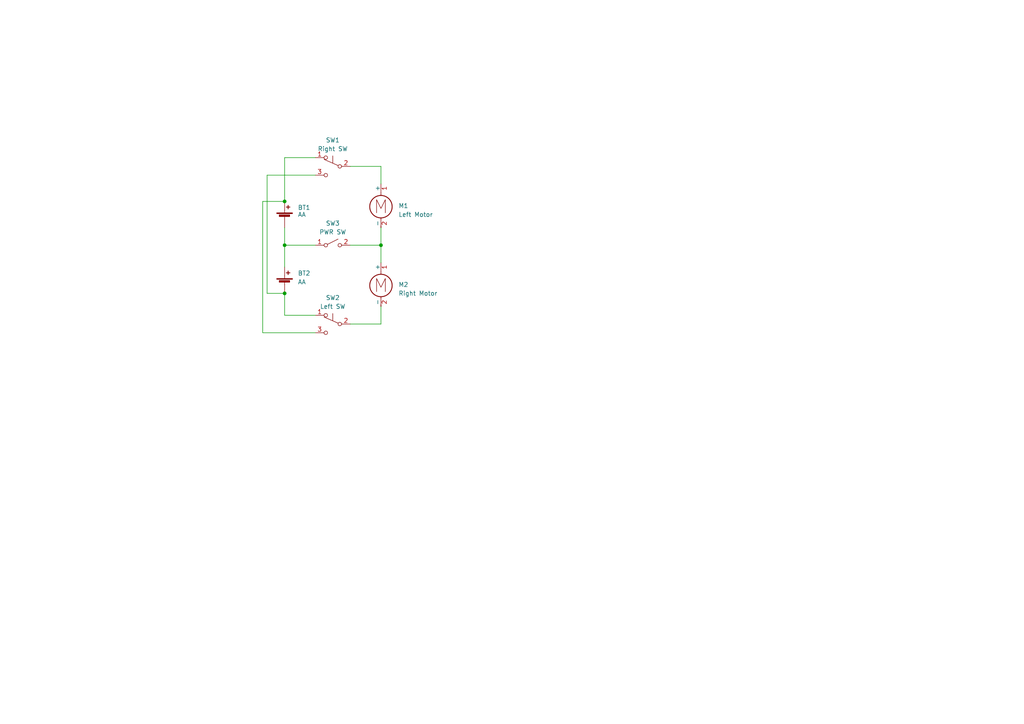
<source format=kicad_sch>
(kicad_sch (version 20211123) (generator eeschema)

  (uuid e1e0cfd6-5981-4198-9270-ef3346d8258b)

  (paper "A4")

  (lib_symbols
    (symbol "Device:Battery_Cell" (pin_numbers hide) (pin_names (offset 0) hide) (in_bom yes) (on_board yes)
      (property "Reference" "BT" (id 0) (at 2.54 2.54 0)
        (effects (font (size 1.27 1.27)) (justify left))
      )
      (property "Value" "Battery_Cell" (id 1) (at 2.54 0 0)
        (effects (font (size 1.27 1.27)) (justify left))
      )
      (property "Footprint" "" (id 2) (at 0 1.524 90)
        (effects (font (size 1.27 1.27)) hide)
      )
      (property "Datasheet" "~" (id 3) (at 0 1.524 90)
        (effects (font (size 1.27 1.27)) hide)
      )
      (property "ki_keywords" "battery cell" (id 4) (at 0 0 0)
        (effects (font (size 1.27 1.27)) hide)
      )
      (property "ki_description" "Single-cell battery" (id 5) (at 0 0 0)
        (effects (font (size 1.27 1.27)) hide)
      )
      (symbol "Battery_Cell_0_1"
        (rectangle (start -2.286 1.778) (end 2.286 1.524)
          (stroke (width 0) (type default) (color 0 0 0 0))
          (fill (type outline))
        )
        (rectangle (start -1.5748 1.1938) (end 1.4732 0.6858)
          (stroke (width 0) (type default) (color 0 0 0 0))
          (fill (type outline))
        )
        (polyline
          (pts
            (xy 0 0.762)
            (xy 0 0)
          )
          (stroke (width 0) (type default) (color 0 0 0 0))
          (fill (type none))
        )
        (polyline
          (pts
            (xy 0 1.778)
            (xy 0 2.54)
          )
          (stroke (width 0) (type default) (color 0 0 0 0))
          (fill (type none))
        )
        (polyline
          (pts
            (xy 0.508 3.429)
            (xy 1.524 3.429)
          )
          (stroke (width 0.254) (type default) (color 0 0 0 0))
          (fill (type none))
        )
        (polyline
          (pts
            (xy 1.016 3.937)
            (xy 1.016 2.921)
          )
          (stroke (width 0.254) (type default) (color 0 0 0 0))
          (fill (type none))
        )
      )
      (symbol "Battery_Cell_1_1"
        (pin passive line (at 0 5.08 270) (length 2.54)
          (name "+" (effects (font (size 1.27 1.27))))
          (number "1" (effects (font (size 1.27 1.27))))
        )
        (pin passive line (at 0 -2.54 90) (length 2.54)
          (name "-" (effects (font (size 1.27 1.27))))
          (number "2" (effects (font (size 1.27 1.27))))
        )
      )
    )
    (symbol "Motor:Motor_DC" (pin_names (offset 0)) (in_bom yes) (on_board yes)
      (property "Reference" "M" (id 0) (at 2.54 2.54 0)
        (effects (font (size 1.27 1.27)) (justify left))
      )
      (property "Value" "Motor_DC" (id 1) (at 2.54 -5.08 0)
        (effects (font (size 1.27 1.27)) (justify left top))
      )
      (property "Footprint" "" (id 2) (at 0 -2.286 0)
        (effects (font (size 1.27 1.27)) hide)
      )
      (property "Datasheet" "~" (id 3) (at 0 -2.286 0)
        (effects (font (size 1.27 1.27)) hide)
      )
      (property "ki_keywords" "DC Motor" (id 4) (at 0 0 0)
        (effects (font (size 1.27 1.27)) hide)
      )
      (property "ki_description" "DC Motor" (id 5) (at 0 0 0)
        (effects (font (size 1.27 1.27)) hide)
      )
      (property "ki_fp_filters" "PinHeader*P2.54mm* TerminalBlock*" (id 6) (at 0 0 0)
        (effects (font (size 1.27 1.27)) hide)
      )
      (symbol "Motor_DC_0_0"
        (polyline
          (pts
            (xy -1.27 -3.302)
            (xy -1.27 0.508)
            (xy 0 -2.032)
            (xy 1.27 0.508)
            (xy 1.27 -3.302)
          )
          (stroke (width 0) (type default) (color 0 0 0 0))
          (fill (type none))
        )
      )
      (symbol "Motor_DC_0_1"
        (circle (center 0 -1.524) (radius 3.2512)
          (stroke (width 0.254) (type default) (color 0 0 0 0))
          (fill (type none))
        )
        (polyline
          (pts
            (xy 0 -7.62)
            (xy 0 -7.112)
          )
          (stroke (width 0) (type default) (color 0 0 0 0))
          (fill (type none))
        )
        (polyline
          (pts
            (xy 0 -4.7752)
            (xy 0 -5.1816)
          )
          (stroke (width 0) (type default) (color 0 0 0 0))
          (fill (type none))
        )
        (polyline
          (pts
            (xy 0 1.7272)
            (xy 0 2.0828)
          )
          (stroke (width 0) (type default) (color 0 0 0 0))
          (fill (type none))
        )
        (polyline
          (pts
            (xy 0 2.032)
            (xy 0 2.54)
          )
          (stroke (width 0) (type default) (color 0 0 0 0))
          (fill (type none))
        )
      )
      (symbol "Motor_DC_1_1"
        (pin passive line (at 0 5.08 270) (length 2.54)
          (name "+" (effects (font (size 1.27 1.27))))
          (number "1" (effects (font (size 1.27 1.27))))
        )
        (pin passive line (at 0 -7.62 90) (length 2.54)
          (name "-" (effects (font (size 1.27 1.27))))
          (number "2" (effects (font (size 1.27 1.27))))
        )
      )
    )
    (symbol "Switch:SW_Push_SPDT" (pin_names (offset 0) hide) (in_bom yes) (on_board yes)
      (property "Reference" "SW" (id 0) (at 0 4.318 0)
        (effects (font (size 1.27 1.27)))
      )
      (property "Value" "SW_Push_SPDT" (id 1) (at 0 -5.08 0)
        (effects (font (size 1.27 1.27)))
      )
      (property "Footprint" "" (id 2) (at 0 0 0)
        (effects (font (size 1.27 1.27)) hide)
      )
      (property "Datasheet" "~" (id 3) (at 0 0 0)
        (effects (font (size 1.27 1.27)) hide)
      )
      (property "ki_keywords" "switch single-pole double-throw spdt ON-ON" (id 4) (at 0 0 0)
        (effects (font (size 1.27 1.27)) hide)
      )
      (property "ki_description" "Momentary Switch, single pole double throw" (id 5) (at 0 0 0)
        (effects (font (size 1.27 1.27)) hide)
      )
      (symbol "SW_Push_SPDT_0_0"
        (circle (center -2.032 0) (radius 0.508)
          (stroke (width 0) (type default) (color 0 0 0 0))
          (fill (type none))
        )
        (polyline
          (pts
            (xy 0 1.016)
            (xy 0 3.048)
          )
          (stroke (width 0) (type default) (color 0 0 0 0))
          (fill (type none))
        )
        (circle (center 2.032 -2.54) (radius 0.508)
          (stroke (width 0) (type default) (color 0 0 0 0))
          (fill (type none))
        )
      )
      (symbol "SW_Push_SPDT_0_1"
        (polyline
          (pts
            (xy -1.524 0.254)
            (xy 2.54 2.032)
          )
          (stroke (width 0) (type default) (color 0 0 0 0))
          (fill (type none))
        )
        (circle (center 2.032 2.54) (radius 0.508)
          (stroke (width 0) (type default) (color 0 0 0 0))
          (fill (type none))
        )
      )
      (symbol "SW_Push_SPDT_1_1"
        (pin passive line (at 5.08 2.54 180) (length 2.54)
          (name "A" (effects (font (size 1.27 1.27))))
          (number "1" (effects (font (size 1.27 1.27))))
        )
        (pin passive line (at -5.08 0 0) (length 2.54)
          (name "B" (effects (font (size 1.27 1.27))))
          (number "2" (effects (font (size 1.27 1.27))))
        )
        (pin passive line (at 5.08 -2.54 180) (length 2.54)
          (name "C" (effects (font (size 1.27 1.27))))
          (number "3" (effects (font (size 1.27 1.27))))
        )
      )
    )
    (symbol "Switch:SW_SPST" (pin_names (offset 0) hide) (in_bom yes) (on_board yes)
      (property "Reference" "SW" (id 0) (at 0 3.175 0)
        (effects (font (size 1.27 1.27)))
      )
      (property "Value" "SW_SPST" (id 1) (at 0 -2.54 0)
        (effects (font (size 1.27 1.27)))
      )
      (property "Footprint" "" (id 2) (at 0 0 0)
        (effects (font (size 1.27 1.27)) hide)
      )
      (property "Datasheet" "~" (id 3) (at 0 0 0)
        (effects (font (size 1.27 1.27)) hide)
      )
      (property "ki_keywords" "switch lever" (id 4) (at 0 0 0)
        (effects (font (size 1.27 1.27)) hide)
      )
      (property "ki_description" "Single Pole Single Throw (SPST) switch" (id 5) (at 0 0 0)
        (effects (font (size 1.27 1.27)) hide)
      )
      (symbol "SW_SPST_0_0"
        (circle (center -2.032 0) (radius 0.508)
          (stroke (width 0) (type default) (color 0 0 0 0))
          (fill (type none))
        )
        (polyline
          (pts
            (xy -1.524 0.254)
            (xy 1.524 1.778)
          )
          (stroke (width 0) (type default) (color 0 0 0 0))
          (fill (type none))
        )
        (circle (center 2.032 0) (radius 0.508)
          (stroke (width 0) (type default) (color 0 0 0 0))
          (fill (type none))
        )
      )
      (symbol "SW_SPST_1_1"
        (pin passive line (at -5.08 0 0) (length 2.54)
          (name "A" (effects (font (size 1.27 1.27))))
          (number "1" (effects (font (size 1.27 1.27))))
        )
        (pin passive line (at 5.08 0 180) (length 2.54)
          (name "B" (effects (font (size 1.27 1.27))))
          (number "2" (effects (font (size 1.27 1.27))))
        )
      )
    )
  )

  (junction (at 82.55 58.42) (diameter 0) (color 0 0 0 0)
    (uuid 12ead1f8-2fd8-4d31-940e-e75dccbe3848)
  )
  (junction (at 82.55 85.09) (diameter 0) (color 0 0 0 0)
    (uuid 2ed9183c-1282-4192-878e-b42b5d34fad7)
  )
  (junction (at 110.49 71.12) (diameter 0) (color 0 0 0 0)
    (uuid b2f0d2a1-f189-4de9-9dee-e5aeee076a6a)
  )
  (junction (at 82.55 71.12) (diameter 0) (color 0 0 0 0)
    (uuid d6b6e327-7c05-4e44-aeca-18ff0d1f03d6)
  )

  (wire (pts (xy 110.49 71.12) (xy 110.49 76.2))
    (stroke (width 0) (type default) (color 0 0 0 0))
    (uuid 0be05b06-1396-4850-8a38-ccd7626115ad)
  )
  (wire (pts (xy 82.55 45.72) (xy 91.44 45.72))
    (stroke (width 0) (type default) (color 0 0 0 0))
    (uuid 43ea76f2-b248-42c2-be03-92483743110a)
  )
  (wire (pts (xy 91.44 91.44) (xy 82.55 91.44))
    (stroke (width 0) (type default) (color 0 0 0 0))
    (uuid 46902f1c-b8ae-465f-b6a4-4e108b25239f)
  )
  (wire (pts (xy 110.49 48.26) (xy 101.6 48.26))
    (stroke (width 0) (type default) (color 0 0 0 0))
    (uuid 4aa26e0c-8896-4408-9426-a6e8421c1a82)
  )
  (wire (pts (xy 110.49 66.04) (xy 110.49 71.12))
    (stroke (width 0) (type default) (color 0 0 0 0))
    (uuid 4f992bf0-a54c-48c8-a392-c8aa02919a1d)
  )
  (wire (pts (xy 91.44 96.52) (xy 76.2 96.52))
    (stroke (width 0) (type default) (color 0 0 0 0))
    (uuid 516f7b67-fa43-4137-bcc4-1e7f2fabbbc8)
  )
  (wire (pts (xy 76.2 96.52) (xy 76.2 58.42))
    (stroke (width 0) (type default) (color 0 0 0 0))
    (uuid 5e4e03fd-1796-460d-a7c8-23b5246dfb7d)
  )
  (wire (pts (xy 76.2 58.42) (xy 82.55 58.42))
    (stroke (width 0) (type default) (color 0 0 0 0))
    (uuid 68047f32-385d-4c96-9b6f-0ae804d6a3f6)
  )
  (wire (pts (xy 82.55 58.42) (xy 82.55 45.72))
    (stroke (width 0) (type default) (color 0 0 0 0))
    (uuid 6ef9f07c-f07a-4355-8b42-3e1a0d021c0e)
  )
  (wire (pts (xy 82.55 66.04) (xy 82.55 71.12))
    (stroke (width 0) (type default) (color 0 0 0 0))
    (uuid 86312ab2-f0f4-49c5-9512-3292193a27ed)
  )
  (wire (pts (xy 77.47 50.8) (xy 77.47 85.09))
    (stroke (width 0) (type default) (color 0 0 0 0))
    (uuid 87241913-d5bb-415d-9fcc-c6b1eec0bea9)
  )
  (wire (pts (xy 101.6 71.12) (xy 110.49 71.12))
    (stroke (width 0) (type default) (color 0 0 0 0))
    (uuid 900b0a03-c027-4018-b9d8-f6cc12c9fd96)
  )
  (wire (pts (xy 82.55 71.12) (xy 91.44 71.12))
    (stroke (width 0) (type default) (color 0 0 0 0))
    (uuid 91333fdf-778e-4106-998c-6393c09cbed5)
  )
  (wire (pts (xy 101.6 93.98) (xy 110.49 93.98))
    (stroke (width 0) (type default) (color 0 0 0 0))
    (uuid b8951285-9477-4e82-ad1e-0d37134c8b58)
  )
  (wire (pts (xy 77.47 85.09) (xy 82.55 85.09))
    (stroke (width 0) (type default) (color 0 0 0 0))
    (uuid c9e25372-517f-44f5-9e96-5815f3f5d67f)
  )
  (wire (pts (xy 77.47 50.8) (xy 91.44 50.8))
    (stroke (width 0) (type default) (color 0 0 0 0))
    (uuid d19cbd89-4028-42d5-9523-e297f75ddc80)
  )
  (wire (pts (xy 82.55 71.12) (xy 82.55 77.47))
    (stroke (width 0) (type default) (color 0 0 0 0))
    (uuid d5023695-993d-47b6-9716-c688cb7fa96f)
  )
  (wire (pts (xy 110.49 53.34) (xy 110.49 48.26))
    (stroke (width 0) (type default) (color 0 0 0 0))
    (uuid d9e0a2c8-1cc2-47df-a597-a7192580d672)
  )
  (wire (pts (xy 110.49 93.98) (xy 110.49 88.9))
    (stroke (width 0) (type default) (color 0 0 0 0))
    (uuid db894106-b504-4073-8e91-ddc22ab61e5e)
  )
  (wire (pts (xy 82.55 85.09) (xy 82.55 91.44))
    (stroke (width 0) (type default) (color 0 0 0 0))
    (uuid f9f63ee3-19d9-4b43-a1dd-d33705ab9e86)
  )

  (symbol (lib_id "Switch:SW_Push_SPDT") (at 96.52 93.98 0) (mirror y) (unit 1)
    (in_bom yes) (on_board yes) (fields_autoplaced)
    (uuid 2cdccdad-9733-4b32-9e4c-a968668249f0)
    (property "Reference" "SW2" (id 0) (at 96.52 86.36 0))
    (property "Value" "Left SW" (id 1) (at 96.52 88.9 0))
    (property "Footprint" "" (id 2) (at 96.52 93.98 0)
      (effects (font (size 1.27 1.27)) hide)
    )
    (property "Datasheet" "~" (id 3) (at 96.52 93.98 0)
      (effects (font (size 1.27 1.27)) hide)
    )
    (pin "1" (uuid 69727838-c3ee-42cf-81bd-8485bf8b2179))
    (pin "2" (uuid 2cdf5097-a2a3-4cc4-b258-ccd4fb97e1ce))
    (pin "3" (uuid 863f7c75-c757-4aa1-819b-a1ea25e86d01))
  )

  (symbol (lib_id "Switch:SW_Push_SPDT") (at 96.52 48.26 0) (mirror y) (unit 1)
    (in_bom yes) (on_board yes) (fields_autoplaced)
    (uuid 6cc3a6da-9f89-40f5-8aa8-9a6331dcdde5)
    (property "Reference" "SW1" (id 0) (at 96.52 40.64 0))
    (property "Value" "Right SW" (id 1) (at 96.52 43.18 0))
    (property "Footprint" "" (id 2) (at 96.52 48.26 0)
      (effects (font (size 1.27 1.27)) hide)
    )
    (property "Datasheet" "~" (id 3) (at 96.52 48.26 0)
      (effects (font (size 1.27 1.27)) hide)
    )
    (pin "1" (uuid f74babc2-5151-4ffd-9251-d67f9d616db3))
    (pin "2" (uuid e1c9b431-1a6f-4000-bef0-78356c987329))
    (pin "3" (uuid 93d57e39-b669-4ca9-beab-bcb6f30a0bb6))
  )

  (symbol (lib_id "Motor:Motor_DC") (at 110.49 58.42 0) (unit 1)
    (in_bom yes) (on_board yes) (fields_autoplaced)
    (uuid 7069647a-7fa7-4231-a824-825296a3fc39)
    (property "Reference" "M1" (id 0) (at 115.57 59.6899 0)
      (effects (font (size 1.27 1.27)) (justify left))
    )
    (property "Value" "Left Motor" (id 1) (at 115.57 62.2299 0)
      (effects (font (size 1.27 1.27)) (justify left))
    )
    (property "Footprint" "" (id 2) (at 110.49 60.706 0)
      (effects (font (size 1.27 1.27)) hide)
    )
    (property "Datasheet" "~" (id 3) (at 110.49 60.706 0)
      (effects (font (size 1.27 1.27)) hide)
    )
    (pin "1" (uuid 21de4234-7800-487a-afa3-2f0819957806))
    (pin "2" (uuid d9f0bc0d-9193-4c42-8461-d471c0862819))
  )

  (symbol (lib_id "Device:Battery_Cell") (at 82.55 82.55 0) (unit 1)
    (in_bom yes) (on_board yes) (fields_autoplaced)
    (uuid 9665e3ce-7d57-4a66-88d4-577006341c64)
    (property "Reference" "BT2" (id 0) (at 86.36 79.2479 0)
      (effects (font (size 1.27 1.27)) (justify left))
    )
    (property "Value" "AA" (id 1) (at 86.36 81.7879 0)
      (effects (font (size 1.27 1.27)) (justify left))
    )
    (property "Footprint" "" (id 2) (at 82.55 81.026 90)
      (effects (font (size 1.27 1.27)) hide)
    )
    (property "Datasheet" "~" (id 3) (at 82.55 81.026 90)
      (effects (font (size 1.27 1.27)) hide)
    )
    (pin "1" (uuid d54024a5-1afd-42f3-91ac-719e1aff8fe3))
    (pin "2" (uuid 18cea1a8-0aab-4f20-995a-9c6fd34d98db))
  )

  (symbol (lib_id "Device:Battery_Cell") (at 82.55 63.5 0) (unit 1)
    (in_bom yes) (on_board yes)
    (uuid bed5d8c0-b7ba-4c56-93c2-74750be17c27)
    (property "Reference" "BT1" (id 0) (at 86.36 60.1979 0)
      (effects (font (size 1.27 1.27)) (justify left))
    )
    (property "Value" "AA" (id 1) (at 86.36 62.23 0)
      (effects (font (size 1.27 1.27)) (justify left))
    )
    (property "Footprint" "" (id 2) (at 82.55 61.976 90)
      (effects (font (size 1.27 1.27)) hide)
    )
    (property "Datasheet" "~" (id 3) (at 82.55 61.976 90)
      (effects (font (size 1.27 1.27)) hide)
    )
    (pin "1" (uuid 1d73cd29-9430-416b-883b-d79b94fd1fb8))
    (pin "2" (uuid 40aa3306-2c6f-47aa-8741-e01c62d12e1e))
  )

  (symbol (lib_id "Switch:SW_SPST") (at 96.52 71.12 0) (unit 1)
    (in_bom yes) (on_board yes) (fields_autoplaced)
    (uuid e89713f4-5303-450f-87ea-459c01544160)
    (property "Reference" "SW3" (id 0) (at 96.52 64.77 0))
    (property "Value" "PWR SW" (id 1) (at 96.52 67.31 0))
    (property "Footprint" "" (id 2) (at 96.52 71.12 0)
      (effects (font (size 1.27 1.27)) hide)
    )
    (property "Datasheet" "~" (id 3) (at 96.52 71.12 0)
      (effects (font (size 1.27 1.27)) hide)
    )
    (pin "1" (uuid d63603c5-85a8-47c6-84f2-b9d81badbfa5))
    (pin "2" (uuid 5c3df81b-1af3-42a8-970d-2d2733c1669a))
  )

  (symbol (lib_id "Motor:Motor_DC") (at 110.49 81.28 0) (unit 1)
    (in_bom yes) (on_board yes) (fields_autoplaced)
    (uuid f6b9e041-e2db-47d6-8bbf-76ef4479bf8e)
    (property "Reference" "M2" (id 0) (at 115.57 82.5499 0)
      (effects (font (size 1.27 1.27)) (justify left))
    )
    (property "Value" "Right Motor" (id 1) (at 115.57 85.0899 0)
      (effects (font (size 1.27 1.27)) (justify left))
    )
    (property "Footprint" "" (id 2) (at 110.49 83.566 0)
      (effects (font (size 1.27 1.27)) hide)
    )
    (property "Datasheet" "~" (id 3) (at 110.49 83.566 0)
      (effects (font (size 1.27 1.27)) hide)
    )
    (pin "1" (uuid 3c5cab0e-1d3a-4df2-80df-b735f6ca0583))
    (pin "2" (uuid 46403d58-34d0-4f46-8ccb-92ffee387595))
  )

  (sheet_instances
    (path "/" (page "1"))
  )

  (symbol_instances
    (path "/bed5d8c0-b7ba-4c56-93c2-74750be17c27"
      (reference "BT1") (unit 1) (value "AA") (footprint "")
    )
    (path "/9665e3ce-7d57-4a66-88d4-577006341c64"
      (reference "BT2") (unit 1) (value "AA") (footprint "")
    )
    (path "/7069647a-7fa7-4231-a824-825296a3fc39"
      (reference "M1") (unit 1) (value "Left Motor") (footprint "")
    )
    (path "/f6b9e041-e2db-47d6-8bbf-76ef4479bf8e"
      (reference "M2") (unit 1) (value "Right Motor") (footprint "")
    )
    (path "/6cc3a6da-9f89-40f5-8aa8-9a6331dcdde5"
      (reference "SW1") (unit 1) (value "Right SW") (footprint "")
    )
    (path "/2cdccdad-9733-4b32-9e4c-a968668249f0"
      (reference "SW2") (unit 1) (value "Left SW") (footprint "")
    )
    (path "/e89713f4-5303-450f-87ea-459c01544160"
      (reference "SW3") (unit 1) (value "PWR SW") (footprint "")
    )
  )
)

</source>
